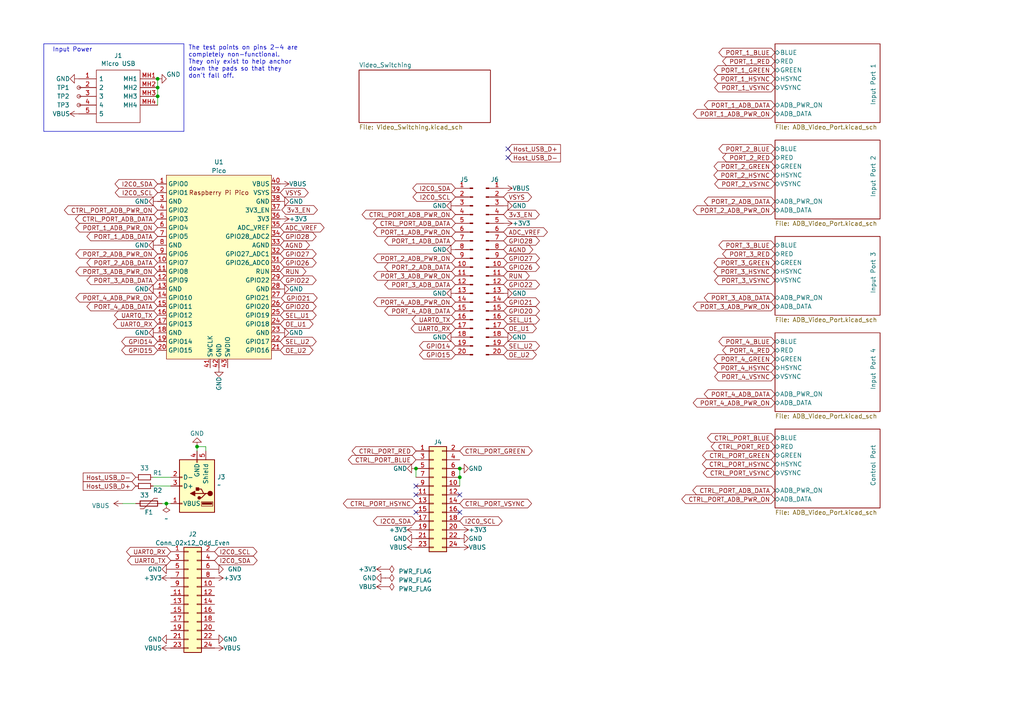
<source format=kicad_sch>
(kicad_sch (version 20230121) (generator eeschema)
  (paper "A4")
  (lib_symbols
    (symbol "Connector:Conn_01x20_Pin" (pin_names (offset 1.016) hide)
      (property "Reference" "J" (at 0 25.4 0))
      (property "Value" "Conn_01x20_Pin" (at 0 -27.94 0))
      (symbol "Conn_01x20_Pin_1_1"
        (polyline (pts (xy 1.27 -25.4) (xy 0.8636 -25.4)) (stroke (width 0.1524)))
        (polyline (pts (xy 1.27 -22.86) (xy 0.8636 -22.86)) (stroke (width 0.1524)))
        (polyline (pts (xy 1.27 -20.32) (xy 0.8636 -20.32)) (stroke (width 0.1524)))
        (polyline (pts (xy 1.27 -17.78) (xy 0.8636 -17.78)) (stroke (width 0.1524)))
        (polyline (pts (xy 1.27 -15.24) (xy 0.8636 -15.24)) (stroke (width 0.1524)))
        (polyline (pts (xy 1.27 -12.7) (xy 0.8636 -12.7)) (stroke (width 0.1524)))
        (polyline (pts (xy 1.27 -10.16) (xy 0.8636 -10.16)) (stroke (width 0.1524)))
        (polyline (pts (xy 1.27 -7.62) (xy 0.8636 -7.62)) (stroke (width 0.1524)))
        (polyline (pts (xy 1.27 -5.08) (xy 0.8636 -5.08)) (stroke (width 0.1524)))
        (polyline (pts (xy 1.27 -2.54) (xy 0.8636 -2.54)) (stroke (width 0.1524)))
        (polyline (pts (xy 1.27 0) (xy 0.8636 0)) (stroke (width 0.1524)))
        (polyline (pts (xy 1.27 2.54) (xy 0.8636 2.54)) (stroke (width 0.1524)))
        (polyline (pts (xy 1.27 5.08) (xy 0.8636 5.08)) (stroke (width 0.1524)))
        (polyline (pts (xy 1.27 7.62) (xy 0.8636 7.62)) (stroke (width 0.1524)))
        (polyline (pts (xy 1.27 10.16) (xy 0.8636 10.16)) (stroke (width 0.1524)))
        (polyline (pts (xy 1.27 12.7) (xy 0.8636 12.7)) (stroke (width 0.1524)))
        (polyline (pts (xy 1.27 15.24) (xy 0.8636 15.24)) (stroke (width 0.1524)))
        (polyline (pts (xy 1.27 17.78) (xy 0.8636 17.78)) (stroke (width 0.1524)))
        (polyline (pts (xy 1.27 20.32) (xy 0.8636 20.32)) (stroke (width 0.1524)))
        (polyline (pts (xy 1.27 22.86) (xy 0.8636 22.86)) (stroke (width 0.1524)))
        (rectangle (start 0.8636 -25.273) (end 0 -25.527) (stroke (width 0.1524)) (fill (type outline)))
        (rectangle (start 0.8636 -22.733) (end 0 -22.987) (stroke (width 0.1524)) (fill (type outline)))
        (rectangle (start 0.8636 -20.193) (end 0 -20.447) (stroke (width 0.1524)) (fill (type outline)))
        (rectangle (start 0.8636 -17.653) (end 0 -17.907) (stroke (width 0.1524)) (fill (type outline)))
        (rectangle (start 0.8636 -15.113) (end 0 -15.367) (stroke (width 0.1524)) (fill (type outline)))
        (rectangle (start 0.8636 -12.573) (end 0 -12.827) (stroke (width 0.1524)) (fill (type outline)))
        (rectangle (start 0.8636 -10.033) (end 0 -10.287) (stroke (width 0.1524)) (fill (type outline)))
        (rectangle (start 0.8636 -7.493) (end 0 -7.747) (stroke (width 0.1524)) (fill (type outline)))
        (rectangle (start 0.8636 -4.953) (end 0 -5.207) (stroke (width 0.1524)) (fill (type outline)))
        (rectangle (start 0.8636 -2.413) (end 0 -2.667) (stroke (width 0.1524)) (fill (type outline)))
        (rectangle (start 0.8636 0.127) (end 0 -0.127) (stroke (width 0.1524)) (fill (type outline)))
        (rectangle (start 0.8636 2.667) (end 0 2.413) (stroke (width 0.1524)) (fill (type outline)))
        (rectangle (start 0.8636 5.207) (end 0 4.953) (stroke (width 0.1524)) (fill (type outline)))
        (rectangle (start 0.8636 7.747) (end 0 7.493) (stroke (width 0.1524)) (fill (type outline)))
        (rectangle (start 0.8636 10.287) (end 0 10.033) (stroke (width 0.1524)) (fill (type outline)))
        (rectangle (start 0.8636 12.827) (end 0 12.573) (stroke (width 0.1524)) (fill (type outline)))
        (rectangle (start 0.8636 15.367) (end 0 15.113) (stroke (width 0.1524)) (fill (type outline)))
        (rectangle (start 0.8636 17.907) (end 0 17.653) (stroke (width 0.1524)) (fill (type outline)))
        (rectangle (start 0.8636 20.447) (end 0 20.193) (stroke (width 0.1524)) (fill (type outline)))
        (rectangle (start 0.8636 22.987) (end 0 22.733) (stroke (width 0.1524)) (fill (type outline)))
        (pin passive line (at 5.08 22.86 180) (length 3.81) (name "Pin_1") (number "1"))
        (pin passive line (at 5.08 0 180) (length 3.81) (name "Pin_10") (number "10"))
        (pin passive line (at 5.08 -2.54 180) (length 3.81) (name "Pin_11") (number "11"))
        (pin passive line (at 5.08 -5.08 180) (length 3.81) (name "Pin_12") (number "12"))
        (pin passive line (at 5.08 -7.62 180) (length 3.81) (name "Pin_13") (number "13"))
        (pin passive line (at 5.08 -10.16 180) (length 3.81) (name "Pin_14") (number "14"))
        (pin passive line (at 5.08 -12.7 180) (length 3.81) (name "Pin_15") (number "15"))
        (pin passive line (at 5.08 -15.24 180) (length 3.81) (name "Pin_16") (number "16"))
        (pin passive line (at 5.08 -17.78 180) (length 3.81) (name "Pin_17") (number "17"))
        (pin passive line (at 5.08 -20.32 180) (length 3.81) (name "Pin_18") (number "18"))
        (pin passive line (at 5.08 -22.86 180) (length 3.81) (name "Pin_19") (number "19"))
        (pin passive line (at 5.08 20.32 180) (length 3.81) (name "Pin_2") (number "2"))
        (pin passive line (at 5.08 -25.4 180) (length 3.81) (name "Pin_20") (number "20"))
        (pin passive line (at 5.08 17.78 180) (length 3.81) (name "Pin_3") (number "3"))
        (pin passive line (at 5.08 15.24 180) (length 3.81) (name "Pin_4") (number "4"))
        (pin passive line (at 5.08 12.7 180) (length 3.81) (name "Pin_5") (number "5"))
        (pin passive line (at 5.08 10.16 180) (length 3.81) (name "Pin_6") (number "6"))
        (pin passive line (at 5.08 7.62 180) (length 3.81) (name "Pin_7") (number "7"))
        (pin passive line (at 5.08 5.08 180) (length 3.81) (name "Pin_8") (number "8"))
        (pin passive line (at 5.08 2.54 180) (length 3.81) (name "Pin_9") (number "9"))
      )
    )
    (symbol "Connector:TestPoint_Small" (pin_numbers hide) (pin_names (offset 0.762) hide)
      (property "Reference" "TP" (at 0 3.81 0))
      (property "Value" "TestPoint_Small" (at 0 2.032 0))
      (symbol "TestPoint_Small_0_1"
        (circle (center 0 0) (radius 0.508))
      )
      (symbol "TestPoint_Small_1_1"
        (pin passive line (at 0 0 90) (length 0) (name "1") (number "1"))
      )
    )
    (symbol "Connector:USB_A" (pin_names (offset 1.016))
      (property "Reference" "J" (at -5.08 11.43 0))
      (property "Value" "USB_A" (at -5.08 8.89 0))
      (symbol "USB_A_0_1"
        (rectangle (start -5.08 -7.62) (end 5.08 7.62) (stroke (width 0.254)) (fill (type background)))
        (circle (center -3.81 2.159) (radius 0.635) (stroke (width 0.254)) (fill (type outline)))
        (rectangle (start -1.524 4.826) (end -4.318 5.334) (fill (type outline)))
        (rectangle (start -1.27 4.572) (end -4.572 5.842))
        (circle (center -0.635 3.429) (radius 0.381) (stroke (width 0.254)) (fill (type outline)))
        (rectangle (start -0.127 -7.62) (end 0.127 -6.858))
        (polyline (pts (xy -3.175 2.159) (xy -2.54 2.159) (xy -1.27 3.429) (xy -0.635 3.429)) (stroke (width 0.254)))
        (polyline (pts (xy -2.54 2.159) (xy -1.905 2.159) (xy -1.27 0.889) (xy 0 0.889)) (stroke (width 0.254)))
        (polyline (pts (xy 0.635 2.794) (xy 0.635 1.524) (xy 1.905 2.159) (xy 0.635 2.794)) (stroke (width 0.254)) (fill (type outline)))
        (rectangle (start 0.254 1.27) (end -0.508 0.508) (stroke (width 0.254)) (fill (type outline)))
        (rectangle (start 5.08 -2.667) (end 4.318 -2.413))
        (rectangle (start 5.08 -0.127) (end 4.318 0.127))
        (rectangle (start 5.08 4.953) (end 4.318 5.207))
      )
      (symbol "USB_A_1_1"
        (polyline (pts (xy -1.905 2.159) (xy 0.635 2.159)) (stroke (width 0.254)))
        (pin power_in line (at 7.62 5.08 180) (length 2.54) (name "VBUS") (number "1"))
        (pin bidirectional line (at 7.62 -2.54 180) (length 2.54) (name "D-") (number "2"))
        (pin bidirectional line (at 7.62 0 180) (length 2.54) (name "D+") (number "3"))
        (pin power_in line (at 0 -10.16 90) (length 2.54) (name "GND") (number "4"))
        (pin passive line (at -2.54 -10.16 90) (length 2.54) (name "Shield") (number "5"))
      )
    )
    (symbol "Connector_Generic:Conn_02x12_Odd_Even" (pin_names (offset 1.016) hide)
      (property "Reference" "J" (at 1.27 15.24 0))
      (property "Value" "Conn_02x12_Odd_Even" (at 1.27 -17.78 0))
      (symbol "Conn_02x12_Odd_Even_1_1"
        (rectangle (start -1.27 -15.113) (end 0 -15.367) (stroke (width 0.1524)))
        (rectangle (start -1.27 -12.573) (end 0 -12.827) (stroke (width 0.1524)))
        (rectangle (start -1.27 -10.033) (end 0 -10.287) (stroke (width 0.1524)))
        (rectangle (start -1.27 -7.493) (end 0 -7.747) (stroke (width 0.1524)))
        (rectangle (start -1.27 -4.953) (end 0 -5.207) (stroke (width 0.1524)))
        (rectangle (start -1.27 -2.413) (end 0 -2.667) (stroke (width 0.1524)))
        (rectangle (start -1.27 0.127) (end 0 -0.127) (stroke (width 0.1524)))
        (rectangle (start -1.27 2.667) (end 0 2.413) (stroke (width 0.1524)))
        (rectangle (start -1.27 5.207) (end 0 4.953) (stroke (width 0.1524)))
        (rectangle (start -1.27 7.747) (end 0 7.493) (stroke (width 0.1524)))
        (rectangle (start -1.27 10.287) (end 0 10.033) (stroke (width 0.1524)))
        (rectangle (start -1.27 12.827) (end 0 12.573) (stroke (width 0.1524)))
        (rectangle (start -1.27 13.97) (end 3.81 -16.51) (stroke (width 0.254)) (fill (type background)))
        (rectangle (start 3.81 -15.113) (end 2.54 -15.367) (stroke (width 0.1524)))
        (rectangle (start 3.81 -12.573) (end 2.54 -12.827) (stroke (width 0.1524)))
        (rectangle (start 3.81 -10.033) (end 2.54 -10.287) (stroke (width 0.1524)))
        (rectangle (start 3.81 -7.493) (end 2.54 -7.747) (stroke (width 0.1524)))
        (rectangle (start 3.81 -4.953) (end 2.54 -5.207) (stroke (width 0.1524)))
        (rectangle (start 3.81 -2.413) (end 2.54 -2.667) (stroke (width 0.1524)))
        (rectangle (start 3.81 0.127) (end 2.54 -0.127) (stroke (width 0.1524)))
        (rectangle (start 3.81 2.667) (end 2.54 2.413) (stroke (width 0.1524)))
        (rectangle (start 3.81 5.207) (end 2.54 4.953) (stroke (width 0.1524)))
        (rectangle (start 3.81 7.747) (end 2.54 7.493) (stroke (width 0.1524)))
        (rectangle (start 3.81 10.287) (end 2.54 10.033) (stroke (width 0.1524)))
        (rectangle (start 3.81 12.827) (end 2.54 12.573) (stroke (width 0.1524)))
        (pin passive line (at -5.08 12.7 0) (length 3.81) (name "Pin_1") (number "1"))
        (pin passive line (at 7.62 2.54 180) (length 3.81) (name "Pin_10") (number "10"))
        (pin passive line (at -5.08 0 0) (length 3.81) (name "Pin_11") (number "11"))
        (pin passive line (at 7.62 0 180) (length 3.81) (name "Pin_12") (number "12"))
        (pin passive line (at -5.08 -2.54 0) (length 3.81) (name "Pin_13") (number "13"))
        (pin passive line (at 7.62 -2.54 180) (length 3.81) (name "Pin_14") (number "14"))
        (pin passive line (at -5.08 -5.08 0) (length 3.81) (name "Pin_15") (number "15"))
        (pin passive line (at 7.62 -5.08 180) (length 3.81) (name "Pin_16") (number "16"))
        (pin passive line (at -5.08 -7.62 0) (length 3.81) (name "Pin_17") (number "17"))
        (pin passive line (at 7.62 -7.62 180) (length 3.81) (name "Pin_18") (number "18"))
        (pin passive line (at -5.08 -10.16 0) (length 3.81) (name "Pin_19") (number "19"))
        (pin passive line (at 7.62 12.7 180) (length 3.81) (name "Pin_2") (number "2"))
        (pin passive line (at 7.62 -10.16 180) (length 3.81) (name "Pin_20") (number "20"))
        (pin passive line (at -5.08 -12.7 0) (length 3.81) (name "Pin_21") (number "21"))
        (pin passive line (at 7.62 -12.7 180) (length 3.81) (name "Pin_22") (number "22"))
        (pin passive line (at -5.08 -15.24 0) (length 3.81) (name "Pin_23") (number "23"))
        (pin passive line (at 7.62 -15.24 180) (length 3.81) (name "Pin_24") (number "24"))
        (pin passive line (at -5.08 10.16 0) (length 3.81) (name "Pin_3") (number "3"))
        (pin passive line (at 7.62 10.16 180) (length 3.81) (name "Pin_4") (number "4"))
        (pin passive line (at -5.08 7.62 0) (length 3.81) (name "Pin_5") (number "5"))
        (pin passive line (at 7.62 7.62 180) (length 3.81) (name "Pin_6") (number "6"))
        (pin passive line (at -5.08 5.08 0) (length 3.81) (name "Pin_7") (number "7"))
        (pin passive line (at 7.62 5.08 180) (length 3.81) (name "Pin_8") (number "8"))
        (pin passive line (at -5.08 2.54 0) (length 3.81) (name "Pin_9") (number "9"))
      )
    )
    (symbol "Device:Polyfuse" (pin_numbers hide) (pin_names (offset 0))
      (property "Reference" "F" (at -2.54 0 90))
      (property "Value" "Polyfuse" (at 2.54 0 90))
      (symbol "Polyfuse_0_1"
        (rectangle (start -0.762 2.54) (end 0.762 -2.54) (stroke (width 0.254)))
        (polyline (pts (xy 0 2.54) (xy 0 -2.54)))
        (polyline (pts (xy -1.524 2.54) (xy -1.524 1.524) (xy 1.524 -1.524) (xy 1.524 -2.54)))
      )
      (symbol "Polyfuse_1_1"
        (pin passive line (at 0 3.81 270) (length 1.27) (name "~") (number "1"))
        (pin passive line (at 0 -3.81 90) (length 1.27) (name "~") (number "2"))
      )
    )
    (symbol "Device:R_Small" (pin_numbers hide) (pin_names (offset 0.254) hide)
      (property "Reference" "R" (at 0.762 0.508 0))
      (property "Value" "R_Small" (at 0.762 -1.016 0))
      (symbol "R_Small_0_1"
        (rectangle (start -0.762 1.778) (end 0.762 -1.778) (stroke (width 0.2032)))
      )
      (symbol "R_Small_1_1"
        (pin passive line (at 0 2.54 270) (length 0.762) (name "~") (number "1"))
        (pin passive line (at 0 -2.54 90) (length 0.762) (name "~") (number "2"))
      )
    )
    (symbol "GND_1" (power) (pin_names (offset 0))
      (property "Value" "GND_1" (at 0 -3.81 0))
      (symbol "GND_1_0_1"
        (polyline (pts (xy 0 0) (xy 0 -1.27) (xy 1.27 -1.27) (xy 0 -2.54) (xy -1.27 -1.27) (xy 0 -1.27)))
      )
      (symbol "GND_1_1_1"
        (pin power_in line (at 0 0 270) (length 0) hide (name "GND") (number "1"))
      )
    )
    (symbol "MCU_RaspberryPi_and_Boards:Pico"
      (property "Reference" "U" (at -13.97 27.94 0))
      (property "Value" "Pico" (at 0 19.05 0))
      (symbol "Pico_0_0"
        (text "Raspberry Pi Pico" (at 0 21.59 0) (effects (font (size 1.27 1.27))))
      )
      (symbol "Pico_0_1"
        (rectangle (start -15.24 26.67) (end 15.24 -26.67) (fill (type background)))
      )
      (symbol "Pico_1_1"
        (pin bidirectional line (at -17.78 24.13 0) (length 2.54) (name "GPIO0") (number "1"))
        (pin bidirectional line (at -17.78 1.27 0) (length 2.54) (name "GPIO7") (number "10"))
        (pin bidirectional line (at -17.78 -1.27 0) (length 2.54) (name "GPIO8") (number "11"))
        (pin bidirectional line (at -17.78 -3.81 0) (length 2.54) (name "GPIO9") (number "12"))
        (pin power_in line (at -17.78 -6.35 0) (length 2.54) (name "GND") (number "13"))
        (pin bidirectional line (at -17.78 -8.89 0) (length 2.54) (name "GPIO10") (number "14"))
        (pin bidirectional line (at -17.78 -11.43 0) (length 2.54) (name "GPIO11") (number "15"))
        (pin bidirectional line (at -17.78 -13.97 0) (length 2.54) (name "GPIO12") (number "16"))
        (pin bidirectional line (at -17.78 -16.51 0) (length 2.54) (name "GPIO13") (number "17"))
        (pin power_in line (at -17.78 -19.05 0) (length 2.54) (name "GND") (number "18"))
        (pin bidirectional line (at -17.78 -21.59 0) (length 2.54) (name "GPIO14") (number "19"))
        (pin bidirectional line (at -17.78 21.59 0) (length 2.54) (name "GPIO1") (number "2"))
        (pin bidirectional line (at -17.78 -24.13 0) (length 2.54) (name "GPIO15") (number "20"))
        (pin bidirectional line (at 17.78 -24.13 180) (length 2.54) (name "GPIO16") (number "21"))
        (pin bidirectional line (at 17.78 -21.59 180) (length 2.54) (name "GPIO17") (number "22"))
        (pin power_in line (at 17.78 -19.05 180) (length 2.54) (name "GND") (number "23"))
        (pin bidirectional line (at 17.78 -16.51 180) (length 2.54) (name "GPIO18") (number "24"))
        (pin bidirectional line (at 17.78 -13.97 180) (length 2.54) (name "GPIO19") (number "25"))
        (pin bidirectional line (at 17.78 -11.43 180) (length 2.54) (name "GPIO20") (number "26"))
        (pin bidirectional line (at 17.78 -8.89 180) (length 2.54) (name "GPIO21") (number "27"))
        (pin power_in line (at 17.78 -6.35 180) (length 2.54) (name "GND") (number "28"))
        (pin bidirectional line (at 17.78 -3.81 180) (length 2.54) (name "GPIO22") (number "29"))
        (pin power_in line (at -17.78 19.05 0) (length 2.54) (name "GND") (number "3"))
        (pin input line (at 17.78 -1.27 180) (length 2.54) (name "RUN") (number "30"))
        (pin bidirectional line (at 17.78 1.27 180) (length 2.54) (name "GPIO26_ADC0") (number "31"))
        (pin bidirectional line (at 17.78 3.81 180) (length 2.54) (name "GPIO27_ADC1") (number "32"))
        (pin power_in line (at 17.78 6.35 180) (length 2.54) (name "AGND") (number "33"))
        (pin bidirectional line (at 17.78 8.89 180) (length 2.54) (name "GPIO28_ADC2") (number "34"))
        (pin power_in line (at 17.78 11.43 180) (length 2.54) (name "ADC_VREF") (number "35"))
        (pin power_in line (at 17.78 13.97 180) (length 2.54) (name "3V3") (number "36"))
        (pin input line (at 17.78 16.51 180) (length 2.54) (name "3V3_EN") (number "37"))
        (pin bidirectional line (at 17.78 19.05 180) (length 2.54) (name "GND") (number "38"))
        (pin power_in line (at 17.78 21.59 180) (length 2.54) (name "VSYS") (number "39"))
        (pin bidirectional line (at -17.78 16.51 0) (length 2.54) (name "GPIO2") (number "4"))
        (pin power_in line (at 17.78 24.13 180) (length 2.54) (name "VBUS") (number "40"))
        (pin input line (at -2.54 -29.21 90) (length 2.54) (name "SWCLK") (number "41"))
        (pin power_in line (at 0 -29.21 90) (length 2.54) (name "GND") (number "42"))
        (pin bidirectional line (at 2.54 -29.21 90) (length 2.54) (name "SWDIO") (number "43"))
        (pin bidirectional line (at -17.78 13.97 0) (length 2.54) (name "GPIO3") (number "5"))
        (pin bidirectional line (at -17.78 11.43 0) (length 2.54) (name "GPIO4") (number "6"))
        (pin bidirectional line (at -17.78 8.89 0) (length 2.54) (name "GPIO5") (number "7"))
        (pin power_in line (at -17.78 6.35 0) (length 2.54) (name "GND") (number "8"))
        (pin bidirectional line (at -17.78 3.81 0) (length 2.54) (name "GPIO6") (number "9"))
      )
    )
    (symbol "PWR_FLAG_1" (power) (pin_numbers hide) (pin_names (offset 0) hide)
      (property "Value" "PWR_FLAG_1" (at 0 3.81 0))
      (symbol "PWR_FLAG_1_0_0"
        (pin power_out line (at 0 0 90) (length 0) (name "pwr") (number "1"))
      )
      (symbol "PWR_FLAG_1_0_1"
        (polyline (pts (xy 0 0) (xy 0 1.27) (xy -1.016 1.905) (xy 0 2.54) (xy 1.016 1.905) (xy 0 1.27)))
      )
    )
    (symbol "SamacSys_Parts:U254-051N-4BH806" (pin_names (offset 0.762))
      (property "Reference" "J" (at 19.05 7.62 0))
      (property "Value" "U254-051N-4BH806" (at 19.05 5.08 0))
      (symbol "U254-051N-4BH806_0_0"
        (pin passive line (at 0 0 0) (length 5.08) (name "1") (number "1"))
        (pin passive line (at 0 -2.54 0) (length 5.08) (name "2") (number "2"))
        (pin passive line (at 0 -5.08 0) (length 5.08) (name "3") (number "3"))
        (pin passive line (at 0 -7.62 0) (length 5.08) (name "4") (number "4"))
        (pin passive line (at 0 -10.16 0) (length 5.08) (name "5") (number "5"))
        (pin passive line (at 22.86 0 180) (length 5.08) (name "MH1") (number "MH1"))
        (pin passive line (at 22.86 -2.54 180) (length 5.08) (name "MH2") (number "MH2"))
        (pin passive line (at 22.86 -5.08 180) (length 5.08) (name "MH3") (number "MH3"))
        (pin passive line (at 22.86 -7.62 180) (length 5.08) (name "MH4") (number "MH4"))
      )
      (symbol "U254-051N-4BH806_0_1"
        (polyline (pts (xy 5.08 2.54) (xy 17.78 2.54) (xy 17.78 -12.7) (xy 5.08 -12.7) (xy 5.08 2.54)) (stroke (width 0.1524)))
      )
    )
    (symbol "VBUS_1" (power) (pin_names (offset 0))
      (property "Value" "VBUS_1" (at 0 3.81 0))
      (symbol "VBUS_1_0_1"
        (polyline (pts (xy -0.762 1.27) (xy 0 2.54)))
        (polyline (pts (xy 0 0) (xy 0 2.54)))
        (polyline (pts (xy 0 2.54) (xy 0.762 1.27)))
      )
      (symbol "VBUS_1_1_1"
        (pin power_in line (at 0 0 90) (length 0) hide (name "VBUS") (number "1"))
      )
    )
    (symbol "power:+3V3" (power) (pin_names (offset 0))
      (property "Value" "+3V3" (at 0 3.556 0))
      (symbol "+3V3_0_1"
        (polyline (pts (xy -0.762 1.27) (xy 0 2.54)))
        (polyline (pts (xy 0 0) (xy 0 2.54)))
        (polyline (pts (xy 0 2.54) (xy 0.762 1.27)))
      )
      (symbol "+3V3_1_1"
        (pin power_in line (at 0 0 90) (length 0) hide (name "+3V3") (number "1"))
      )
    )
    (symbol "power:PWR_FLAG" (power) (pin_numbers hide) (pin_names (offset 0) hide)
      (property "Value" "PWR_FLAG" (at 0 3.81 0))
      (symbol "PWR_FLAG_0_0"
        (pin power_out line (at 0 0 90) (length 0) (name "pwr") (number "1"))
      )
      (symbol "PWR_FLAG_0_1"
        (polyline (pts (xy 0 0) (xy 0 1.27) (xy -1.016 1.905) (xy 0 2.54) (xy 1.016 1.905) (xy 0 1.27)))
      )
    )
  )
  (junction (at 133.35 138.43))
  (junction (at 57.15 129.54))
  (junction (at 45.72 25.4))
  (junction (at 45.72 27.94))
  (junction (at 48.26 146.05))
  (junction (at 45.72 22.86))
  (junction (at 133.35 135.89))
  (junction (at 120.65 135.89))
  (no_connect (at 120.65 143.51))
  (no_connect (at 120.65 140.97))
  (no_connect (at 133.35 148.59))
  (no_connect (at 133.35 143.51))
  (no_connect (at 147.32 43.18))
  (no_connect (at 147.32 45.72))
  (no_connect (at 120.65 148.59))
  (wire (pts (xy 133.35 135.89) (xy 133.35 138.43)))
  (wire (pts (xy 45.72 25.4) (xy 45.72 22.86)))
  (wire (pts (xy 49.53 138.43) (xy 44.45 138.43)))
  (wire (pts (xy 120.65 135.89) (xy 120.65 138.43)))
  (wire (pts (xy 45.72 27.94) (xy 45.72 25.4)))
  (polyline (pts (xy 53.34 12.7) (xy 53.34 38.1)))
  (wire (pts (xy 46.99 146.05) (xy 48.26 146.05)))
  (wire (pts (xy 45.72 30.48) (xy 45.72 27.94)))
  (wire (pts (xy 59.69 130.81) (xy 59.69 129.54)))
  (wire (pts (xy 57.15 129.54) (xy 57.15 130.81)))
  (polyline (pts (xy 12.7 38.1) (xy 12.7 12.7)))
  (wire (pts (xy 35.56 146.05) (xy 39.37 146.05)))
  (polyline (pts (xy 53.34 38.1) (xy 12.7 38.1)))
  (wire (pts (xy 44.45 140.97) (xy 49.53 140.97)))
  (wire (pts (xy 133.35 138.43) (xy 133.35 140.97)))
  (wire (pts (xy 59.69 129.54) (xy 57.15 129.54)))
  (wire (pts (xy 48.26 146.05) (xy 49.53 146.05)))
  (polyline (pts (xy 12.7 12.7) (xy 53.34 12.7)))
  (text "The test points on pins 2-4 are \ncompletely non-functional. \nThey only exist to help anchor \ndown the pads so that they\ndon't fall off." (at 54.61 22.86 0) (effects (font (size 1.27 1.27)) (justify left bottom)))
  (text "Input Power" (at 15.24 15.24 0) (effects (font (size 1.27 1.27)) (justify left bottom)))
  (global_label "I2C0_SCL" (shape bidirectional) (at 62.23 160.02 0) (property "Intersheetrefs" "${INTERSHEET_REFS}" (effects hide)))
  (global_label "PORT_1_ADB_DATA" (shape bidirectional) (at 224.79 30.48 180) (property "Intersheetrefs" "${INTERSHEET_REFS}" (effects hide)))
  (global_label "Host_USB_D+" (shape input) (at 39.37 140.97 180) (property "Intersheetrefs" "${INTERSHEET_REFS}" (effects hide)))
  (global_label "CTRL_PORT_ADB_DATA" (shape bidirectional) (at 132.08 64.77 180) (property "Intersheetrefs" "${INTERSHEET_REFS}" (effects hide)))
  (global_label "PORT_2_ADB_PWR_ON" (shape bidirectional) (at 45.72 73.66 180) (property "Intersheetrefs" "${INTERSHEET_REFS}" (effects hide)))
  (global_label "CTRL_PORT_RED" (shape bidirectional) (at 224.79 129.54 180) (property "Intersheetrefs" "${INTERSHEET_REFS}" (effects hide)))
  (global_label "UART0_RX" (shape bidirectional) (at 45.72 93.98 180) (property "Intersheetrefs" "${INTERSHEET_REFS}" (effects hide)))
  (global_label "PORT_2_VSYNC" (shape bidirectional) (at 224.79 53.34 180) (property "Intersheetrefs" "${INTERSHEET_REFS}" (effects hide)))
  (global_label "PORT_2_ADB_PWR_ON" (shape bidirectional) (at 224.79 60.96 180) (property "Intersheetrefs" "${INTERSHEET_REFS}" (effects hide)))
  (global_label "PORT_2_ADB_DATA" (shape bidirectional) (at 224.79 58.42 180) (property "Intersheetrefs" "${INTERSHEET_REFS}" (effects hide)))
  (global_label "PORT_3_GREEN" (shape bidirectional) (at 224.79 76.2 180) (property "Intersheetrefs" "${INTERSHEET_REFS}" (effects hide)))
  (global_label "Host_USB_D-" (shape input) (at 147.32 45.72 0) (property "Intersheetrefs" "${INTERSHEET_REFS}" (effects hide)))
  (global_label "I2C0_SCL" (shape bidirectional) (at 133.35 151.13 0) (property "Intersheetrefs" "${INTERSHEET_REFS}" (effects hide)))
  (global_label "PORT_3_ADB_DATA" (shape bidirectional) (at 224.79 86.36 180) (property "Intersheetrefs" "${INTERSHEET_REFS}" (effects hide)))
  (global_label "PORT_4_HSYNC" (shape bidirectional) (at 224.79 106.68 180) (property "Intersheetrefs" "${INTERSHEET_REFS}" (effects hide)))
  (global_label "SEL_U2" (shape bidirectional) (at 81.28 99.06 0) (property "Intersheetrefs" "${INTERSHEET_REFS}" (effects hide)))
  (global_label "PORT_3_BLUE" (shape bidirectional) (at 224.79 71.12 180) (property "Intersheetrefs" "${INTERSHEET_REFS}" (effects hide)))
  (global_label "GPIO20" (shape bidirectional) (at 146.05 90.17 0) (property "Intersheetrefs" "${INTERSHEET_REFS}" (effects hide)))
  (global_label "GPIO28" (shape bidirectional) (at 81.28 68.58 0) (property "Intersheetrefs" "${INTERSHEET_REFS}" (effects hide)))
  (global_label "Host_USB_D+" (shape input) (at 147.32 43.18 0) (property "Intersheetrefs" "${INTERSHEET_REFS}" (effects hide)))
  (global_label "PORT_1_VSYNC" (shape bidirectional) (at 224.79 25.4 180) (property "Intersheetrefs" "${INTERSHEET_REFS}" (effects hide)))
  (global_label "PORT_3_ADB_PWR_ON" (shape bidirectional) (at 224.79 88.9 180) (property "Intersheetrefs" "${INTERSHEET_REFS}" (effects hide)))
  (global_label "ADC_VREF" (shape bidirectional) (at 81.28 66.04 0) (property "Intersheetrefs" "${INTERSHEET_REFS}" (effects hide)))
  (global_label "CTRL_PORT_ADB_DATA" (shape bidirectional) (at 45.72 63.5 180) (property "Intersheetrefs" "${INTERSHEET_REFS}" (effects hide)))
  (global_label "ADC_VREF" (shape bidirectional) (at 146.05 67.31 0) (property "Intersheetrefs" "${INTERSHEET_REFS}" (effects hide)))
  (global_label "PORT_2_ADB_DATA" (shape bidirectional) (at 45.72 76.2 180) (property "Intersheetrefs" "${INTERSHEET_REFS}" (effects hide)))
  (global_label "PORT_2_BLUE" (shape bidirectional) (at 224.79 43.18 180) (property "Intersheetrefs" "${INTERSHEET_REFS}" (effects hide)))
  (global_label "GPIO27" (shape bidirectional) (at 81.28 73.66 0) (property "Intersheetrefs" "${INTERSHEET_REFS}" (effects hide)))
  (global_label "PORT_2_GREEN" (shape bidirectional) (at 224.79 48.26 180) (property "Intersheetrefs" "${INTERSHEET_REFS}" (effects hide)))
  (global_label "I2C0_SDA" (shape bidirectional) (at 62.23 162.56 0) (property "Intersheetrefs" "${INTERSHEET_REFS}" (effects hide)))
  (global_label "GPIO21" (shape bidirectional) (at 146.05 87.63 0) (property "Intersheetrefs" "${INTERSHEET_REFS}" (effects hide)))
  (global_label "PORT_3_RED" (shape bidirectional) (at 224.79 73.66 180) (property "Intersheetrefs" "${INTERSHEET_REFS}" (effects hide)))
  (global_label "PORT_1_BLUE" (shape bidirectional) (at 224.79 15.24 180) (property "Intersheetrefs" "${INTERSHEET_REFS}" (effects hide)))
  (global_label "GPIO15" (shape bidirectional) (at 132.08 102.87 180) (property "Intersheetrefs" "${INTERSHEET_REFS}" (effects hide)))
  (global_label "CTRL_PORT_BLUE" (shape bidirectional) (at 120.65 133.35 180) (property "Intersheetrefs" "${INTERSHEET_REFS}" (effects hide)))
  (global_label "PORT_4_BLUE" (shape bidirectional) (at 224.79 99.06 180) (property "Intersheetrefs" "${INTERSHEET_REFS}" (effects hide)))
  (global_label "UART0_TX" (shape bidirectional) (at 132.08 92.71 180) (property "Intersheetrefs" "${INTERSHEET_REFS}" (effects hide)))
  (global_label "I2C0_SDA" (shape bidirectional) (at 120.65 151.13 180) (property "Intersheetrefs" "${INTERSHEET_REFS}" (effects hide)))
  (global_label "GPIO15" (shape bidirectional) (at 45.72 101.6 180) (property "Intersheetrefs" "${INTERSHEET_REFS}" (effects hide)))
  (global_label "I2C0_SDA" (shape bidirectional) (at 45.72 53.34 180) (property "Intersheetrefs" "${INTERSHEET_REFS}" (effects hide)))
  (global_label "PORT_4_ADB_PWR_ON" (shape bidirectional) (at 224.79 116.84 180) (property "Intersheetrefs" "${INTERSHEET_REFS}" (effects hide)))
  (global_label "SEL_U1" (shape bidirectional) (at 146.05 92.71 0) (property "Intersheetrefs" "${INTERSHEET_REFS}" (effects hide)))
  (global_label "PORT_1_ADB_DATA" (shape bidirectional) (at 45.72 68.58 180) (property "Intersheetrefs" "${INTERSHEET_REFS}" (effects hide)))
  (global_label "VSYS" (shape bidirectional) (at 81.28 55.88 0) (property "Intersheetrefs" "${INTERSHEET_REFS}" (effects hide)))
  (global_label "GPIO21" (shape bidirectional) (at 81.5737 86.4381 0) (property "Intersheetrefs" "${INTERSHEET_REFS}" (effects hide)))
  (global_label "OE_U1" (shape bidirectional) (at 146.05 95.25 0) (property "Intersheetrefs" "${INTERSHEET_REFS}" (effects hide)))
  (global_label "AGND" (shape bidirectional) (at 81.28 71.12 0) (property "Intersheetrefs" "${INTERSHEET_REFS}" (effects hide)))
  (global_label "UART0_RX" (shape bidirectional) (at 132.08 95.25 180) (property "Intersheetrefs" "${INTERSHEET_REFS}" (effects hide)))
  (global_label "PORT_2_RED" (shape bidirectional) (at 224.79 45.72 180) (property "Intersheetrefs" "${INTERSHEET_REFS}" (effects hide)))
  (global_label "CTRL_PORT_BLUE" (shape bidirectional) (at 224.79 127 180) (property "Intersheetrefs" "${INTERSHEET_REFS}" (effects hide)))
  (global_label "OE_U2" (shape bidirectional) (at 146.05 102.87 0) (property "Intersheetrefs" "${INTERSHEET_REFS}" (effects hide)))
  (global_label "PORT_2_ADB_DATA" (shape bidirectional) (at 132.08 77.47 180) (property "Intersheetrefs" "${INTERSHEET_REFS}" (effects hide)))
  (global_label "PORT_3_ADB_PWR_ON" (shape bidirectional) (at 45.72 78.74 180) (property "Intersheetrefs" "${INTERSHEET_REFS}" (effects hide)))
  (global_label "UART0_TX" (shape bidirectional) (at 49.53 162.56 180) (property "Intersheetrefs" "${INTERSHEET_REFS}" (effects hide)))
  (global_label "PORT_4_ADB_PWR_ON" (shape bidirectional) (at 45.72 86.36 180) (property "Intersheetrefs" "${INTERSHEET_REFS}" (effects hide)))
  (global_label "PORT_1_ADB_PWR_ON" (shape bidirectional) (at 224.79 33.02 180) (property "Intersheetrefs" "${INTERSHEET_REFS}" (effects hide)))
  (global_label "I2C0_SCL" (shape bidirectional) (at 132.08 57.15 180) (property "Intersheetrefs" "${INTERSHEET_REFS}" (effects hide)))
  (global_label "PORT_3_VSYNC" (shape bidirectional) (at 224.79 81.28 180) (property "Intersheetrefs" "${INTERSHEET_REFS}" (effects hide)))
  (global_label "PORT_3_ADB_DATA" (shape bidirectional) (at 132.08 82.55 180) (property "Intersheetrefs" "${INTERSHEET_REFS}" (effects hide)))
  (global_label "OE_U1" (shape bidirectional) (at 81.28 93.98 0) (property "Intersheetrefs" "${INTERSHEET_REFS}" (effects hide)))
  (global_label "UART0_TX" (shape bidirectional) (at 45.72 91.44 180) (property "Intersheetrefs" "${INTERSHEET_REFS}" (effects hide)))
  (global_label "VSYS" (shape bidirectional) (at 146.05 57.15 0) (property "Intersheetrefs" "${INTERSHEET_REFS}" (effects hide)))
  (global_label "GPIO14" (shape bidirectional) (at 45.72 99.06 180) (property "Intersheetrefs" "${INTERSHEET_REFS}" (effects hide)))
  (global_label "I2C0_SDA" (shape bidirectional) (at 132.08 54.61 180) (property "Intersheetrefs" "${INTERSHEET_REFS}" (effects hide)))
  (global_label "GPIO22" (shape bidirectional) (at 81.28 81.28 0) (property "Intersheetrefs" "${INTERSHEET_REFS}" (effects hide)))
  (global_label "CTRL_PORT_VSYNC" (shape bidirectional) (at 133.35 146.05 0) (property "Intersheetrefs" "${INTERSHEET_REFS}" (effects hide)))
  (global_label "PORT_2_ADB_PWR_ON" (shape bidirectional) (at 132.08 74.93 180) (property "Intersheetrefs" "${INTERSHEET_REFS}" (effects hide)))
  (global_label "CTRL_PORT_VSYNC" (shape bidirectional) (at 224.79 137.16 180) (property "Intersheetrefs" "${INTERSHEET_REFS}" (effects hide)))
  (global_label "GPIO22" (shape bidirectional) (at 146.05 82.55 0) (property "Intersheetrefs" "${INTERSHEET_REFS}" (effects hide)))
  (global_label "PORT_4_RED" (shape bidirectional) (at 224.79 101.6 180) (property "Intersheetrefs" "${INTERSHEET_REFS}" (effects hide)))
  (global_label "3v3_EN" (shape bidirectional) (at 146.05 62.23 0) (property "Intersheetrefs" "${INTERSHEET_REFS}" (effects hide)))
  (global_label "CTRL_PORT_ADB_PWR_ON" (shape bidirectional) (at 45.72 60.96 180) (property "Intersheetrefs" "${INTERSHEET_REFS}" (effects hide)))
  (global_label "PORT_1_ADB_DATA" (shape bidirectional) (at 132.08 69.85 180) (property "Intersheetrefs" "${INTERSHEET_REFS}" (effects hide)))
  (global_label "CTRL_PORT_ADB_PWR_ON" (shape bidirectional) (at 224.79 144.78 180) (property "Intersheetrefs" "${INTERSHEET_REFS}" (effects hide)))
  (global_label "I2C0_SCL" (shape bidirectional) (at 45.72 55.88 180) (property "Intersheetrefs" "${INTERSHEET_REFS}" (effects hide)))
  (global_label "PORT_4_VSYNC" (shape bidirectional) (at 224.79 109.22 180) (property "Intersheetrefs" "${INTERSHEET_REFS}" (effects hide)))
  (global_label "GPIO27" (shape bidirectional) (at 146.05 74.93 0) (property "Intersheetrefs" "${INTERSHEET_REFS}" (effects hide)))
  (global_label "PORT_1_HSYNC" (shape bidirectional) (at 224.79 22.86 180) (property "Intersheetrefs" "${INTERSHEET_REFS}" (effects hide)))
  (global_label "PORT_1_ADB_PWR_ON" (shape bidirectional) (at 132.08 67.31 180) (property "Intersheetrefs" "${INTERSHEET_REFS}" (effects hide)))
  (global_label "PORT_4_ADB_DATA" (shape bidirectional) (at 132.08 90.17 180) (property "Intersheetrefs" "${INTERSHEET_REFS}" (effects hide)))
  (global_label "PORT_1_RED" (shape bidirectional) (at 224.79 17.78 180) (property "Intersheetrefs" "${INTERSHEET_REFS}" (effects hide)))
  (global_label "CTRL_PORT_HSYNC" (shape bidirectional) (at 120.65 146.05 180) (property "Intersheetrefs" "${INTERSHEET_REFS}" (effects hide)))
  (global_label "PORT_4_ADB_DATA" (shape bidirectional) (at 224.79 114.3 180) (property "Intersheetrefs" "${INTERSHEET_REFS}" (effects hide)))
  (global_label "PORT_1_GREEN" (shape bidirectional) (at 224.79 20.32 180) (property "Intersheetrefs" "${INTERSHEET_REFS}" (effects hide)))
  (global_label "SEL_U1" (shape bidirectional) (at 81.28 91.44 0) (property "Intersheetrefs" "${INTERSHEET_REFS}" (effects hide)))
  (global_label "CTRL_PORT_GREEN" (shape bidirectional) (at 224.79 132.08 180) (property "Intersheetrefs" "${INTERSHEET_REFS}" (effects hide)))
  (global_label "PORT_3_ADB_PWR_ON" (shape bidirectional) (at 132.08 80.01 180) (property "Intersheetrefs" "${INTERSHEET_REFS}" (effects hide)))
  (global_label "PORT_4_ADB_PWR_ON" (shape bidirectional) (at 132.08 87.63 180) (property "Intersheetrefs" "${INTERSHEET_REFS}" (effects hide)))
  (global_label "GPIO20" (shape bidirectional) (at 81.28 88.9 0) (property "Intersheetrefs" "${INTERSHEET_REFS}" (effects hide)))
  (global_label "PORT_1_ADB_PWR_ON" (shape bidirectional) (at 45.72 66.04 180) (property "Intersheetrefs" "${INTERSHEET_REFS}" (effects hide)))
  (global_label "GPIO28" (shape bidirectional) (at 146.05 69.85 0) (property "Intersheetrefs" "${INTERSHEET_REFS}" (effects hide)))
  (global_label "CTRL_PORT_GREEN" (shape bidirectional) (at 133.35 130.81 0) (property "Intersheetrefs" "${INTERSHEET_REFS}" (effects hide)))
  (global_label "GPIO26" (shape bidirectional) (at 81.28 76.2 0) (property "Intersheetrefs" "${INTERSHEET_REFS}" (effects hide)))
  (global_label "SEL_U2" (shape bidirectional) (at 146.05 100.33 0) (property "Intersheetrefs" "${INTERSHEET_REFS}" (effects hide)))
  (global_label "CTRL_PORT_ADB_PWR_ON" (shape bidirectional) (at 132.08 62.23 180) (property "Intersheetrefs" "${INTERSHEET_REFS}" (effects hide)))
  (global_label "CTRL_PORT_HSYNC" (shape bidirectional) (at 224.79 134.62 180) (property "Intersheetrefs" "${INTERSHEET_REFS}" (effects hide)))
  (global_label "PORT_4_GREEN" (shape bidirectional) (at 224.79 104.14 180) (property "Intersheetrefs" "${INTERSHEET_REFS}" (effects hide)))
  (global_label "AGND" (shape bidirectional) (at 146.05 72.39 0) (property "Intersheetrefs" "${INTERSHEET_REFS}" (effects hide)))
  (global_label "CTRL_PORT_RED" (shape bidirectional) (at 120.65 130.81 180) (property "Intersheetrefs" "${INTERSHEET_REFS}" (effects hide)))
  (global_label "Host_USB_D-" (shape input) (at 39.37 138.43 180) (property "Intersheetrefs" "${INTERSHEET_REFS}" (effects hide)))
  (global_label "OE_U2" (shape bidirectional) (at 81.28 101.6 0) (property "Intersheetrefs" "${INTERSHEET_REFS}" (effects hide)))
  (global_label "CTRL_PORT_ADB_DATA" (shape bidirectional) (at 224.79 142.24 180) (property "Intersheetrefs" "${INTERSHEET_REFS}" (effects hide)))
  (global_label "PORT_3_HSYNC" (shape bidirectional) (at 224.79 78.74 180) (property "Intersheetrefs" "${INTERSHEET_REFS}" (effects hide)))
  (global_label "GPIO14" (shape bidirectional) (at 132.08 100.33 180) (property "Intersheetrefs" "${INTERSHEET_REFS}" (effects hide)))
  (global_label "PORT_2_HSYNC" (shape bidirectional) (at 224.79 50.8 180) (property "Intersheetrefs" "${INTERSHEET_REFS}" (effects hide)))
  (global_label "PORT_4_ADB_DATA" (shape bidirectional) (at 45.72 88.9 180) (property "Intersheetrefs" "${INTERSHEET_REFS}" (effects hide)))
  (global_label "RUN" (shape bidirectional) (at 81.28 78.74 0) (property "Intersheetrefs" "${INTERSHEET_REFS}" (effects hide)))
  (global_label "RUN" (shape bidirectional) (at 146.05 80.01 0) (property "Intersheetrefs" "${INTERSHEET_REFS}" (effects hide)))
  (global_label "PORT_3_ADB_DATA" (shape bidirectional) (at 45.72 81.28 180) (property "Intersheetrefs" "${INTERSHEET_REFS}" (effects hide)))
  (global_label "GPIO26" (shape bidirectional) (at 146.05 77.47 0) (property "Intersheetrefs" "${INTERSHEET_REFS}" (effects hide)))
  (global_label "3v3_EN" (shape bidirectional) (at 81.7024 60.8837 0) (property "Intersheetrefs" "${INTERSHEET_REFS}" (effects hide)))
  (global_label "UART0_RX" (shape bidirectional) (at 49.53 160.02 180) (property "Intersheetrefs" "${INTERSHEET_REFS}" (effects hide)))
  (symbol (lib_name "PWR_FLAG_1") (lib_id "power:PWR_FLAG") (at 111.76 167.64 270) (unit 1)
    (property "Reference" "#FLG03" (effects hide))
    (property "Value" "PWR_FLAG" (at 115.57 168.275 90) (effects (justify left)))
  )
  (symbol (lib_name "VBUS_1") (lib_id "power:VBUS") (at 22.86 33.02 90) (unit 1)
    (property "Reference" "#PWR02" (effects hide))
    (property "Value" "VBUS" (at 20.32 33.02 90) (effects (justify left)))
  )
  (symbol (lib_name "GND_1") (lib_id "power:GND") (at 132.08 72.39 270) (unit 1)
    (property "Reference" "#PWR032" (effects hide))
    (property "Value" "GND" (at 129.54 72.39 90) (effects (justify right)))
  )
  (symbol (lib_name "PWR_FLAG_1") (lib_id "power:PWR_FLAG") (at 111.76 170.18 270) (unit 1)
    (property "Reference" "#FLG04" (effects hide))
    (property "Value" "PWR_FLAG" (at 115.57 170.815 90) (effects (justify left)))
  )
  (symbol (lib_name "GND_1") (lib_id "power:GND") (at 62.23 185.42 90) (unit 1)
    (property "Reference" "#PWR016" (effects hide))
    (property "Value" "GND" (at 64.77 185.42 90) (effects (justify right)))
  )
  (symbol (lib_name "VBUS_1") (lib_id "power:VBUS") (at 81.28 53.34 270) (unit 1)
    (property "Reference" "#PWR019" (effects hide))
    (property "Value" "VBUS" (at 83.82 53.34 90) (effects (justify left)))
  )
  (symbol (lib_name "GND_1") (lib_id "power:GND") (at 63.5 106.68 0) (unit 1)
    (property "Reference" "#PWR018" (effects hide))
    (property "Value" "GND" (at 63.5 109.22 90) (effects (justify right)))
  )
  (symbol (lib_id "Connector_Generic:Conn_02x12_Odd_Even") (at 54.61 172.72 0) (unit 1)
    (property "Reference" "J2" (at 55.88 154.94 0))
    (property "Value" "Conn_02x12_Odd_Even" (at 55.88 157.48 0))
  )
  (symbol (lib_name "GND_1") (lib_id "power:GND") (at 45.72 96.52 270) (unit 1)
    (property "Reference" "#PWR08" (effects hide))
    (property "Value" "GND" (at 43.18 96.52 90) (effects (justify right)))
  )
  (symbol (lib_id "Connector:Conn_01x20_Pin") (at 140.97 77.47 0) (unit 1)
    (property "Reference" "J6" (at 143.51 52.07 0))
    (property "Value" "Conn_01x20_Pin" (effects hide))
    (property "Footprint" "Connector_PinHeader_2.54mm:PinHeader_1x20_P2.54mm_Vertical" (effects hide))
  )
  (symbol (lib_name "GND_1") (lib_id "power:GND") (at 146.05 97.79 90) (unit 1)
    (property "Reference" "#PWR043" (effects hide))
    (property "Value" "GND" (at 148.59 97.79 90) (effects (justify right)))
  )
  (symbol (lib_name "GND_1") (lib_id "power:GND") (at 132.08 85.09 270) (unit 1)
    (property "Reference" "#PWR033" (effects hide))
    (property "Value" "GND" (at 129.54 85.09 90) (effects (justify right)))
  )
  (symbol (lib_id "power:+3V3") (at 111.76 165.1 90) (mirror x) (unit 1)
    (property "Reference" "#PWR024" (effects hide))
    (property "Value" "+3V3" (at 109.22 165.1 90) (effects (justify left)))
  )
  (symbol (lib_name "GND_1") (lib_id "power:GND") (at 146.05 85.09 90) (unit 1)
    (property "Reference" "#PWR042" (effects hide))
    (property "Value" "GND" (at 148.59 85.09 90) (effects (justify right)))
  )
  (symbol (lib_name "GND_1") (lib_id "power:GND") (at 49.53 165.1 270) (unit 1)
    (property "Reference" "#PWR09" (effects hide))
    (property "Value" "GND" (at 46.99 165.1 90) (effects (justify right)))
  )
  (symbol (lib_id "Connector:USB_A") (at 57.15 140.97 180) (unit 1)
    (property "Reference" "J3" (at 62.992 138.3538 0) (effects (justify right)))
    (property "Value" "~" (at 62.992 140.6652 0) (effects (justify right)))
    (property "Datasheet" "https://datasheet.lcsc.com/szlcsc/2102261732_Jing-Extension-of-the-Electronic-Co-901-211A1021D10100_C2346.pdf" (effects hide))
    (property "LCSC" "C2346" (effects hide))
  )
  (symbol (lib_id "power:+3V3") (at 120.65 153.67 90) (mirror x) (unit 1)
    (property "Reference" "#PWR028" (effects hide))
    (property "Value" "+3V3" (at 118.11 153.67 90) (effects (justify left)))
  )
  (symbol (lib_id "Connector_Generic:Conn_02x12_Odd_Even") (at 125.73 143.51 0) (unit 1)
    (property "Reference" "J4" (at 127 128.27 0))
    (property "Value" "Conn_02x10_Odd_Even" (effects hide))
    (property "Footprint" "Connector_PinHeader_2.54mm:PinHeader_2x12_P2.54mm_Vertical" (effects hide))
  )
  (symbol (lib_id "Device:R_Small") (at 41.91 140.97 90) (unit 1)
    (property "Reference" "R2" (at 45.72 142.24 90))
    (property "Value" "33" (at 41.91 143.637 90))
    (property "Footprint" "Resistor_SMD:R_0402_1005Metric" (effects hide))
    (property "LCSC" "C25105" (effects hide))
  )
  (symbol (lib_id "power:+3V3") (at 146.05 64.77 270) (unit 1)
    (property "Reference" "#PWR041" (effects hide))
    (property "Value" "+3V3" (at 148.59 64.77 90) (effects (justify left)))
  )
  (symbol (lib_name "GND_1") (lib_id "power:GND") (at 132.08 59.69 270) (unit 1)
    (property "Reference" "#PWR031" (effects hide))
    (property "Value" "GND" (at 129.54 59.69 90) (effects (justify right)))
  )
  (symbol (lib_id "power:+3V3") (at 81.28 63.5 270) (unit 1)
    (property "Reference" "#PWR021" (effects hide))
    (property "Value" "+3V3" (at 83.82 63.5 90) (effects (justify left)))
  )
  (symbol (lib_name "GND_1") (lib_id "power:GND") (at 45.72 83.82 270) (unit 1)
    (property "Reference" "#PWR07" (effects hide))
    (property "Value" "GND" (at 43.18 83.82 90) (effects (justify right)))
  )
  (symbol (lib_id "power:+3V3") (at 62.23 167.64 270) (unit 1)
    (property "Reference" "#PWR015" (effects hide))
    (property "Value" "+3V3" (at 64.77 167.64 90) (effects (justify left)))
  )
  (symbol (lib_id "Device:R_Small") (at 41.91 138.43 270) (unit 1)
    (property "Reference" "R1" (at 45.72 137.16 90))
    (property "Value" "33" (at 41.91 135.763 90))
    (property "Footprint" "Resistor_SMD:R_0402_1005Metric" (effects hide))
    (property "LCSC" "C25105" (effects hide))
  )
  (symbol (lib_name "GND_1") (lib_id "power:GND") (at 120.65 156.21 270) (mirror x) (unit 1)
    (property "Reference" "#PWR029" (effects hide))
    (property "Value" "GND" (at 118.11 156.21 90) (effects (justify right)))
  )
  (symbol (lib_name "VBUS_1") (lib_id "power:VBUS") (at 133.35 158.75 270) (unit 1)
    (property "Reference" "#PWR038" (effects hide))
    (property "Value" "VBUS" (at 135.89 158.75 90) (effects (justify left)))
  )
  (symbol (lib_name "GND_1") (lib_id "power:GND") (at 81.28 96.52 90) (unit 1)
    (property "Reference" "#PWR023" (effects hide))
    (property "Value" "GND" (at 83.82 96.52 90) (effects (justify right)))
  )
  (symbol (lib_id "Device:Polyfuse") (at 43.18 146.05 270) (unit 1)
    (property "Reference" "F1" (at 43.18 148.59 90))
    (property "Value" "Polyfuse" (effects hide))
    (property "Footprint" "Fuse:Fuse_0805_2012Metric" (effects hide))
    (property "LCSC" "C66452" (effects hide))
  )
  (symbol (lib_name "GND_1") (lib_id "power:GND") (at 81.28 58.42 90) (unit 1)
    (property "Reference" "#PWR020" (effects hide))
    (property "Value" "GND" (at 83.82 58.42 90) (effects (justify right)))
  )
  (symbol (lib_name "VBUS_1") (lib_id "power:VBUS") (at 62.23 187.96 270) (unit 1)
    (property "Reference" "#PWR017" (effects hide))
    (property "Value" "VBUS" (at 64.77 187.96 90) (effects (justify left)))
  )
  (symbol (lib_name "GND_1") (lib_id "power:GND") (at 120.65 135.89 270) (unit 1)
    (property "Reference" "#PWR027" (effects hide))
    (property "Value" "GND" (at 118.11 135.89 90) (effects (justify right)))
  )
  (symbol (lib_name "GND_1") (lib_id "power:GND") (at 132.08 97.79 270) (unit 1)
    (property "Reference" "#PWR034" (effects hide))
    (property "Value" "GND" (at 129.54 97.79 90) (effects (justify right)))
  )
  (symbol (lib_name "GND_1") (lib_id "power:GND") (at 133.35 156.21 90) (unit 1)
    (property "Reference" "#PWR037" (effects hide))
    (property "Value" "GND" (at 135.89 156.21 90) (effects (justify right)))
  )
  (symbol (lib_name "GND_1") (lib_id "power:GND") (at 49.53 185.42 270) (unit 1)
    (property "Reference" "#PWR011" (effects hide))
    (property "Value" "GND" (at 46.99 185.42 90) (effects (justify right)))
  )
  (symbol (lib_name "GND_1") (lib_id "power:GND") (at 45.72 58.42 270) (unit 1)
    (property "Reference" "#PWR05" (effects hide))
    (property "Value" "GND" (at 43.18 58.42 90) (effects (justify right)))
  )
  (symbol (lib_name "VBUS_1") (lib_id "power:VBUS") (at 35.56 146.05 90) (unit 1)
    (property "Reference" "#PWR03" (effects hide))
    (property "Value" "VBUS" (at 31.75 146.685 90) (effects (justify left)))
  )
  (symbol (lib_name "GND_1") (lib_id "power:GND") (at 57.15 129.54 180) (unit 1)
    (property "Reference" "#PWR013" (effects hide))
    (property "Value" "GND" (at 57.15 125.73 0))
  )
  (symbol (lib_name "GND_1") (lib_id "power:GND") (at 81.28 83.82 90) (unit 1)
    (property "Reference" "#PWR022" (effects hide))
    (property "Value" "GND" (at 83.82 83.82 90) (effects (justify right)))
  )
  (symbol (lib_name "GND_1") (lib_id "power:GND") (at 62.23 165.1 90) (unit 1)
    (property "Reference" "#PWR014" (effects hide))
    (property "Value" "GND" (at 66.04 165.1 90) (effects (justify right)))
  )
  (symbol (lib_id "power:+3V3") (at 49.53 167.64 90) (unit 1)
    (property "Reference" "#PWR010" (effects hide))
    (property "Value" "+3V3" (at 46.99 167.64 90) (effects (justify left)))
  )
  (symbol (lib_name "GND_1") (lib_id "power:GND") (at 22.86 22.86 270) (unit 1)
    (property "Reference" "#PWR01" (effects hide))
    (property "Value" "GND" (at 20.32 22.86 90) (effects (justify right)))
  )
  (symbol (lib_name "PWR_FLAG_1") (lib_id "power:PWR_FLAG") (at 111.76 165.1 270) (unit 1)
    (property "Reference" "#FLG02" (effects hide))
    (property "Value" "PWR_FLAG" (at 115.57 165.735 90) (effects (justify left)))
  )
  (symbol (lib_name "VBUS_1") (lib_id "power:VBUS") (at 49.53 187.96 90) (unit 1)
    (property "Reference" "#PWR012" (effects hide))
    (property "Value" "VBUS" (at 46.99 187.96 90) (effects (justify left)))
  )
  (symbol (lib_name "VBUS_1") (lib_id "power:VBUS") (at 146.05 54.61 270) (unit 1)
    (property "Reference" "#PWR039" (effects hide))
    (property "Value" "VBUS" (at 148.59 54.61 90) (effects (justify left)))
  )
  (symbol (lib_id "Connector:TestPoint_Small") (at 22.86 25.4 0) (unit 1)
    (property "Reference" "TP1" (at 16.51 25.4 0) (effects (justify left)))
  )
  (symbol (lib_id "Connector:TestPoint_Small") (at 22.86 30.48 0) (unit 1)
    (property "Reference" "TP3" (at 16.51 30.48 0) (effects (justify left)))
  )
  (symbol (lib_name "GND_1") (lib_id "power:GND") (at 133.35 135.89 90) (unit 1)
    (property "Reference" "#PWR035" (effects hide))
    (property "Value" "GND" (at 135.89 135.89 90) (effects (justify right)))
  )
  (symbol (lib_name "GND_1") (lib_id "power:GND") (at 146.05 59.69 90) (unit 1)
    (property "Reference" "#PWR040" (effects hide))
    (property "Value" "GND" (at 148.59 59.69 90) (effects (justify right)))
  )
  (symbol (lib_id "Connector:TestPoint_Small") (at 22.86 27.94 0) (unit 1)
    (property "Reference" "TP2" (at 16.51 27.94 0) (effects (justify left)))
  )
  (symbol (lib_id "MCU_RaspberryPi_and_Boards:Pico") (at 63.5 77.47 0) (unit 1)
    (property "Reference" "U1" (at 63.5 46.99 0))
    (property "Value" "Pico" (at 63.5 49.53 0))
    (property "Footprint" "RPi_Pico:RPi_Pico_SMD_TH" (effects hide))
  )
  (symbol (lib_name "GND_1") (lib_id "power:GND") (at 111.76 167.64 270) (mirror x) (unit 1)
    (property "Reference" "#PWR025" (effects hide))
    (property "Value" "GND" (at 109.22 167.64 90) (effects (justify right)))
  )
  (symbol (lib_id "power:PWR_FLAG") (at 48.26 146.05 180) (unit 1)
    (property "Reference" "#FLG01" (effects hide))
    (property "Value" "~" (at 48.26 150.4442 0))
  )
  (symbol (lib_name "GND_1") (lib_id "power:GND") (at 45.72 71.12 270) (unit 1)
    (property "Reference" "#PWR06" (effects hide))
    (property "Value" "GND" (at 43.18 71.12 90) (effects (justify right)))
  )
  (symbol (lib_name "VBUS_1") (lib_id "power:VBUS") (at 111.76 170.18 90) (mirror x) (unit 1)
    (property "Reference" "#PWR026" (effects hide))
    (property "Value" "VBUS" (at 109.22 170.18 90) (effects (justify left)))
  )
  (symbol (lib_id "power:+3V3") (at 133.35 153.67 270) (unit 1)
    (property "Reference" "#PWR036" (effects hide))
    (property "Value" "+3V3" (at 135.89 153.67 90) (effects (justify left)))
  )
  (symbol (lib_id "SamacSys_Parts:U254-051N-4BH806") (at 22.86 22.86 0) (unit 1)
    (property "Reference" "J1" (at 34.29 16.129 0))
    (property "Value" "Micro USB" (at 34.29 18.4404 0))
    (property "Footprint" "libraries:U254051N4BH806" (effects hide))
    (property "Datasheet" "https://datasheet.lcsc.com/szlcsc/XKB-U254-051N-4BH806_C319170.pdf" (effects hide))
    (property "Description" "USB Connectors SMD RoHS" (effects hide))
    (property "Manufacturer_Name" "XKB Enterprise" (effects hide))
    (property "Manufacturer_Part_Number" "U254-051N-4BH806" (effects hide))
    (property "LCSC" "C319170" (effects hide))
  )
  (symbol (lib_id "Connector:Conn_01x20_Pin") (at 137.16 77.47 0) (mirror y) (unit 1)
    (property "Reference" "J5" (at 134.62 52.07 0))
    (property "Value" "Conn_01x20_Pin" (effects hide))
    (property "Footprint" "Connector_PinHeader_2.54mm:PinHeader_1x20_P2.54mm_Vertical" (effects hide))
  )
  (symbol (lib_name "VBUS_1") (lib_id "power:VBUS") (at 120.65 158.75 90) (mirror x) (unit 1)
    (property "Reference" "#PWR030" (effects hide))
    (property "Value" "VBUS" (at 118.11 158.75 90) (effects (justify left)))
  )
  (symbol (lib_name "GND_1") (lib_id "power:GND") (at 45.72 22.86 90) (unit 1)
    (property "Reference" "#PWR04" (effects hide))
    (property "Value" "GND" (at 48.26 21.59 90) (effects (justify right)))
  )
  (sheet (at 224.79 96.52) (size 30.48 22.86) (stroke (width 0.1524))
    (property "Sheetname" "Input Port 4" (at 254 113.03 90) (effects (justify left bottom)))
    (property "Sheetfile" "ADB_Video_Port.kicad_sch" (at 224.79 119.9646 0) (effects (justify left top)))
    (pin "BLUE" bidirectional (at 224.79 99.06 180))
    (pin "GREEN" bidirectional (at 224.79 104.14 180))
    (pin "HSYNC" bidirectional (at 224.79 106.68 180))
    (pin "VSYNC" bidirectional (at 224.79 109.22 180))
    (pin "ADB_PWR_ON" bidirectional (at 224.79 114.3 180))
    (pin "ADB_DATA" bidirectional (at 224.79 116.84 180))
    (pin "RED" bidirectional (at 224.79 101.6 180))
  )
  (sheet (at 224.79 40.64) (size 30.48 22.86) (stroke (width 0.1524))
    (property "Sheetname" "Input Port 2" (at 254 57.15 90) (effects (justify left bottom)))
    (property "Sheetfile" "ADB_Video_Port.kicad_sch" (at 224.79 64.0846 0) (effects (justify left top)))
    (pin "BLUE" bidirectional (at 224.79 43.18 180))
    (pin "GREEN" bidirectional (at 224.79 48.26 180))
    (pin "HSYNC" bidirectional (at 224.79 50.8 180))
    (pin "VSYNC" bidirectional (at 224.79 53.34 180))
    (pin "ADB_PWR_ON" bidirectional (at 224.79 58.42 180))
    (pin "ADB_DATA" bidirectional (at 224.79 60.96 180))
    (pin "RED" bidirectional (at 224.79 45.72 180))
  )
  (sheet (at 224.79 68.58) (size 30.48 22.86) (stroke (width 0.1524))
    (property "Sheetname" "Input Port 3" (at 254 85.09 90) (effects (justify left bottom)))
    (property "Sheetfile" "ADB_Video_Port.kicad_sch" (at 224.79 92.0246 0) (effects (justify left top)))
    (pin "BLUE" bidirectional (at 224.79 71.12 180))
    (pin "GREEN" bidirectional (at 224.79 76.2 180))
    (pin "HSYNC" bidirectional (at 224.79 78.74 180))
    (pin "VSYNC" bidirectional (at 224.79 81.28 180))
    (pin "ADB_PWR_ON" bidirectional (at 224.79 86.36 180))
    (pin "ADB_DATA" bidirectional (at 224.79 88.9 180))
    (pin "RED" bidirectional (at 224.79 73.66 180))
  )
  (sheet (at 224.79 124.46) (size 30.48 22.86) (stroke (width 0.1524))
    (property "Sheetname" "Control Port" (at 254 140.97 90) (effects (justify left bottom)))
    (property "Sheetfile" "ADB_Video_Port.kicad_sch" (at 224.79 147.9046 0) (effects (justify left top)))
    (pin "BLUE" bidirectional (at 224.79 127 180))
    (pin "GREEN" bidirectional (at 224.79 132.08 180))
    (pin "HSYNC" bidirectional (at 224.79 134.62 180))
    (pin "VSYNC" bidirectional (at 224.79 137.16 180))
    (pin "ADB_PWR_ON" bidirectional (at 224.79 142.24 180))
    (pin "ADB_DATA" bidirectional (at 224.79 144.78 180))
    (pin "RED" bidirectional (at 224.79 129.54 180))
  )
  (sheet (at 104.14 20.32) (size 38.1 15.24) (stroke (width 0.1524))
    (property "Sheetname" "Video_Switching" (at 104.14 19.6084 0) (effects (justify left bottom)))
    (property "Sheetfile" "Video_Switching.kicad_sch" (at 104.14 36.1446 0) (effects (justify left top)))
  )
  (sheet (at 224.79 12.7) (size 30.48 22.86) (stroke (width 0.1524))
    (property "Sheetname" "Input Port 1" (at 254 30.48 90) (effects (justify left bottom)))
    (property "Sheetfile" "ADB_Video_Port.kicad_sch" (at 224.79 36.1446 0) (effects (justify left top)))
    (pin "BLUE" bidirectional (at 224.79 15.24 180))
    (pin "GREEN" bidirectional (at 224.79 20.32 180))
    (pin "HSYNC" bidirectional (at 224.79 22.86 180))
    (pin "VSYNC" bidirectional (at 224.79 25.4 180))
    (pin "ADB_PWR_ON" bidirectional (at 224.79 30.48 180))
    (pin "ADB_DATA" bidirectional (at 224.79 33.02 180))
    (pin "RED" bidirectional (at 224.79 17.78 180))
  )
)
</source>
